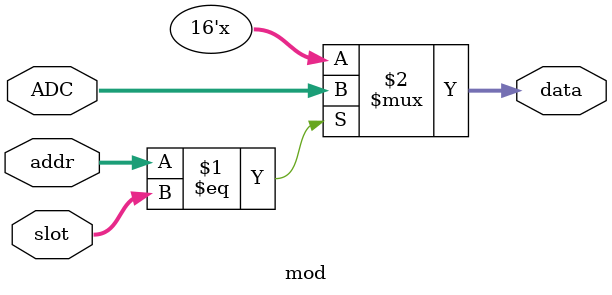
<source format=v>
module mod (
  input [7:0] slot,        // Slot number (hardwired on board)
  input [15:0] ADC,        // Result of ADC
  input [7:0] addr,        // address (from controller)
  output [15:0] data);     // data to bus (tristate but not bi-dir)
  
  assign data=(addr==slot)? ADC: 16'hZZZZ;

endmodule
</source>
